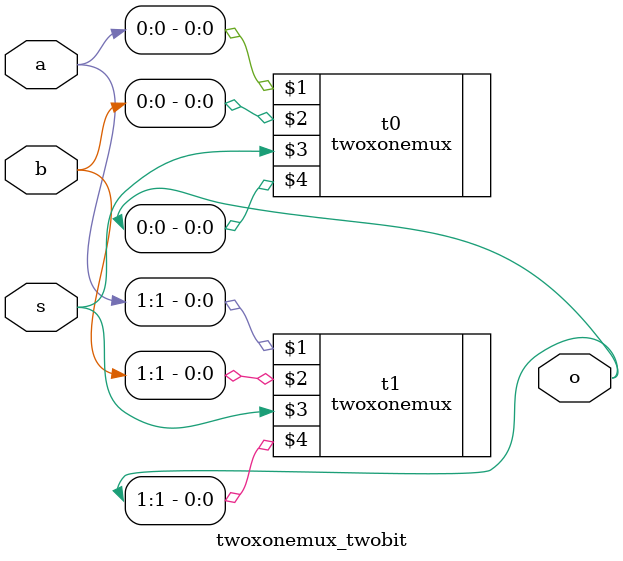
<source format=v>
`timescale 1ns / 1ps

module twoxonemux_twobit(a,b,s,o);
input [1:0] a,b; input s; output [1:0] o;

twoxonemux t0(a[0],b[0],s,o[0]);
twoxonemux t1(a[1],b[1],s,o[1]);

endmodule

</source>
